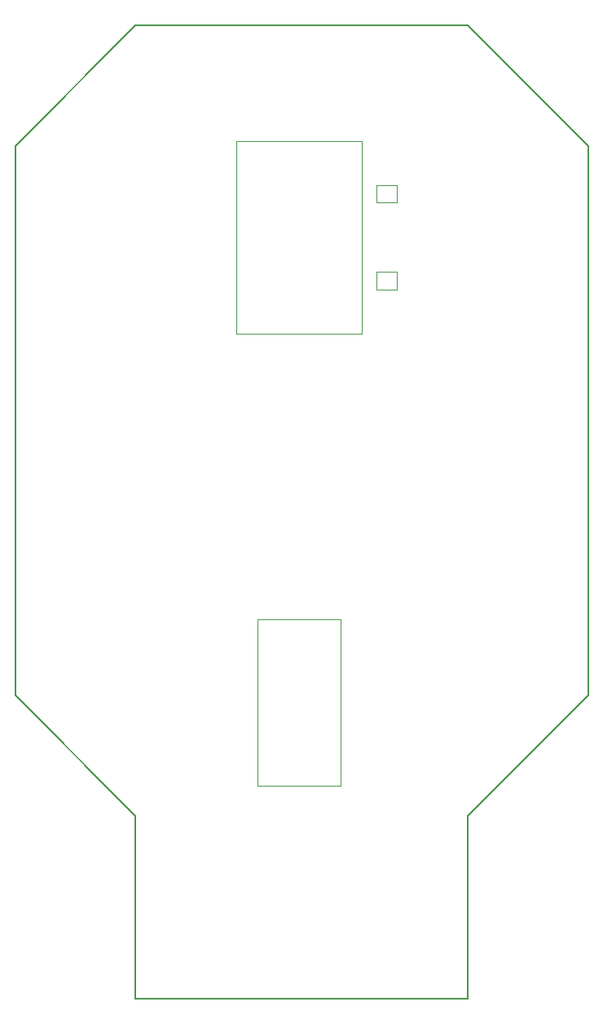
<source format=gbr>
%TF.GenerationSoftware,KiCad,Pcbnew,7.0.7*%
%TF.CreationDate,2023-11-26T12:29:05-07:00*%
%TF.ProjectId,mouse,6d6f7573-652e-46b6-9963-61645f706362,rev?*%
%TF.SameCoordinates,Original*%
%TF.FileFunction,Profile,NP*%
%FSLAX46Y46*%
G04 Gerber Fmt 4.6, Leading zero omitted, Abs format (unit mm)*
G04 Created by KiCad (PCBNEW 7.0.7) date 2023-11-26 12:29:05*
%MOMM*%
%LPD*%
G01*
G04 APERTURE LIST*
%TA.AperFunction,Profile*%
%ADD10C,0.200000*%
%TD*%
%TA.AperFunction,Profile*%
%ADD11C,0.100000*%
%TD*%
%TA.AperFunction,Profile*%
%ADD12C,0.050000*%
%TD*%
G04 APERTURE END LIST*
D10*
X251200000Y-45950000D02*
X251200000Y-102950000D01*
X238700000Y-115450000D01*
X238700000Y-134450000D01*
X204200000Y-134450000D01*
X204200000Y-115450000D01*
X191700000Y-102950000D01*
X191700000Y-45950000D01*
X204200000Y-33450000D01*
X238700000Y-33450000D01*
X251200000Y-45950000D01*
D11*
X214700000Y-45450000D02*
X227700000Y-45450000D01*
X227700000Y-65450000D01*
X214700000Y-65450000D01*
X214700000Y-45450000D01*
D12*
%TO.C,PAW1*%
X225500000Y-95117500D02*
X216900000Y-95117500D01*
X216900000Y-95117500D02*
X216900000Y-112377500D01*
X216900000Y-112377500D02*
X225500000Y-112377500D01*
X225500000Y-112377500D02*
X225500000Y-95117500D01*
%TO.C,ENC1*%
X229200000Y-60850000D02*
X231300000Y-60850000D01*
X231300000Y-60850000D02*
X231300000Y-59050000D01*
X231300000Y-59050000D02*
X229200000Y-59050000D01*
X229200000Y-59050000D02*
X229200000Y-60850000D01*
X229200000Y-51850000D02*
X231300000Y-51850000D01*
X231300000Y-51850000D02*
X231300000Y-50050000D01*
X231300000Y-50050000D02*
X229200000Y-50050000D01*
X229200000Y-50050000D02*
X229200000Y-51850000D01*
%TD*%
M02*

</source>
